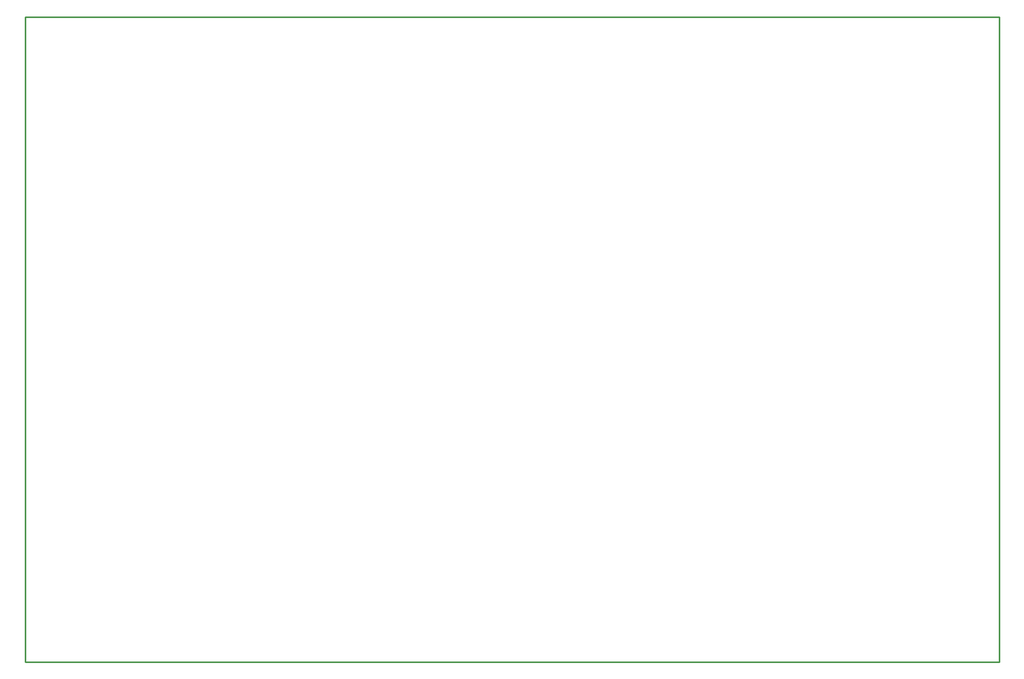
<source format=gko>
G04 Layer: BoardOutline*
G04 EasyEDA v6.4.25, 2022-01-11T20:07:54+10:00*
G04 7104220f9c2d43f39f118c43d8da538e,d80d0e5f2d5a449f809f9e2067d82b7d,10*
G04 Gerber Generator version 0.2*
G04 Scale: 100 percent, Rotated: No, Reflected: No *
G04 Dimensions in millimeters *
G04 leading zeros omitted , absolute positions ,4 integer and 5 decimal *
%FSLAX45Y45*%
%MOMM*%

%ADD10C,0.2540*%
D10*
X0Y0D02*
G01*
X16000001Y0D01*
X16000001Y-10599999D01*
X0Y-10599999D01*
X0Y0D01*

%LPD*%
M02*

</source>
